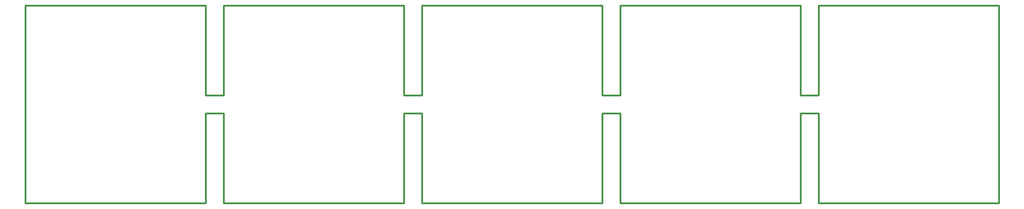
<source format=gbr>
G04 start of page 4 for group 2 idx 2 *
G04 Title: (unknown), outline *
G04 Creator: pcb 20140316 *
G04 CreationDate: Thu 25 Oct 2018 04:49:50 PM GMT UTC *
G04 For: railfan *
G04 Format: Gerber/RS-274X *
G04 PCB-Dimensions (mil): 5400.00 1100.00 *
G04 PCB-Coordinate-Origin: lower left *
%MOIN*%
%FSLAX25Y25*%
%LNOUTLINE*%
%ADD41C,0.0100*%
G54D41*X430000Y0D02*X330000D01*
X430000Y110000D02*X330000D01*
X320000Y60000D02*X330000D01*
X320000Y0D02*Y50000D01*
X330000D01*
Y0D01*
Y60000D02*Y110000D01*
X210000Y0D02*X110000D01*
Y50000D02*Y0D01*
X210000D02*Y50000D01*
X100000Y0D02*X0D01*
X100000Y110000D02*X0D01*
Y0D01*
X100000Y110000D02*Y60000D01*
X210000Y110000D02*X110000D01*
X100000Y60000D02*X110000D01*
Y110000D01*
X100000Y0D02*Y50000D01*
X110000D01*
X320000Y0D02*X220000D01*
X210000Y50000D02*X220000D01*
Y0D01*
X320000Y110000D02*X220000D01*
X210000D02*Y60000D01*
X220000D01*
Y110000D01*
X320000D02*Y60000D01*
X540000Y0D02*X440000D01*
X540000D02*Y110000D01*
X440000Y50000D02*Y0D01*
X540000Y110000D02*X440000D01*
X430000D02*Y60000D01*
X440000D01*
Y110000D01*
X430000Y0D02*Y50000D01*
X440000D01*
M02*

</source>
